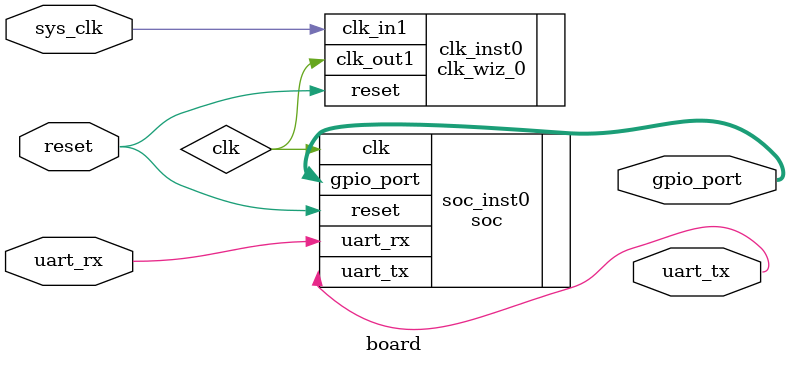
<source format=v>
module board (
    input sys_clk,
    input reset,
    output [9:0] gpio_port,
    output uart_tx,
    input uart_rx
);
    wire clk;
    clk_wiz_0 clk_inst0(
        .reset(reset),
        .clk_in1(sys_clk),
        .clk_out1(clk)


    );
    soc soc_inst0(
        .clk(clk),
        .reset(reset),
        .gpio_port(gpio_port),
        .uart_tx(uart_tx),
        .uart_rx(uart_rx)
    );
endmodule //board
</source>
